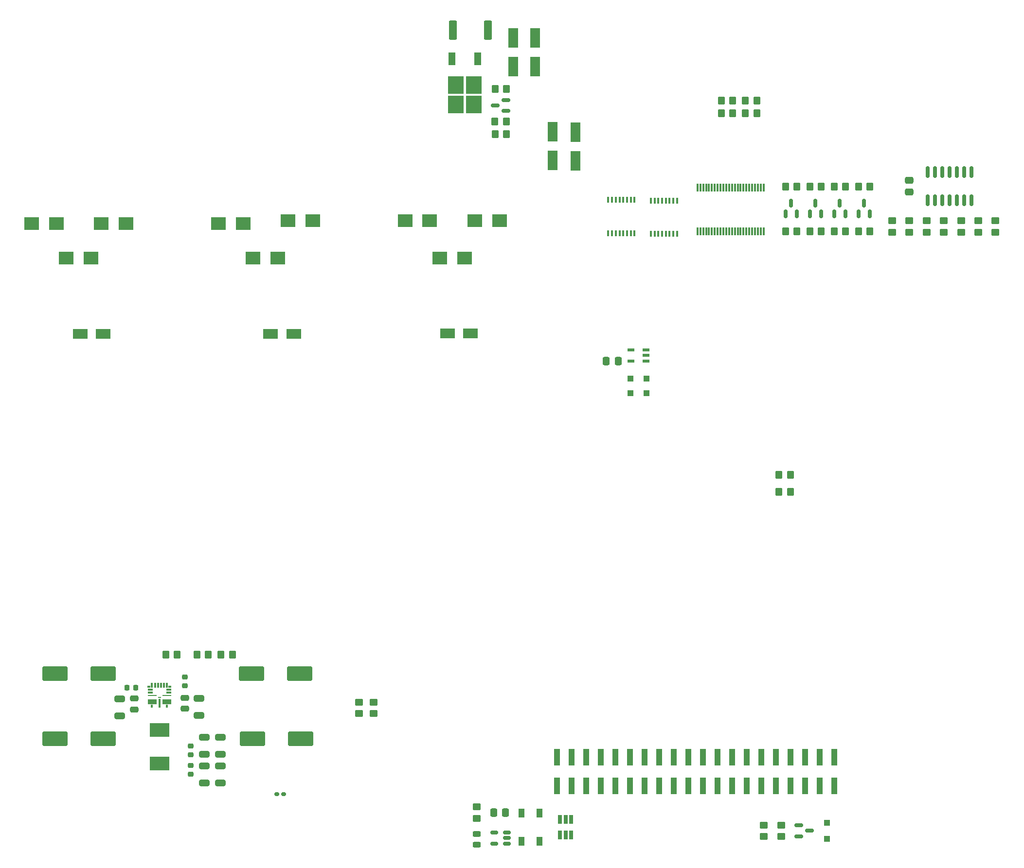
<source format=gbr>
%TF.GenerationSoftware,KiCad,Pcbnew,(6.0.1)*%
%TF.CreationDate,2022-04-07T02:12:59+02:00*%
%TF.ProjectId,OpenMowerMainboard,4f70656e-4d6f-4776-9572-4d61696e626f,rev?*%
%TF.SameCoordinates,Original*%
%TF.FileFunction,Paste,Top*%
%TF.FilePolarity,Positive*%
%FSLAX46Y46*%
G04 Gerber Fmt 4.6, Leading zero omitted, Abs format (unit mm)*
G04 Created by KiCad (PCBNEW (6.0.1)) date 2022-04-07 02:12:59*
%MOMM*%
%LPD*%
G01*
G04 APERTURE LIST*
G04 Aperture macros list*
%AMRoundRect*
0 Rectangle with rounded corners*
0 $1 Rounding radius*
0 $2 $3 $4 $5 $6 $7 $8 $9 X,Y pos of 4 corners*
0 Add a 4 corners polygon primitive as box body*
4,1,4,$2,$3,$4,$5,$6,$7,$8,$9,$2,$3,0*
0 Add four circle primitives for the rounded corners*
1,1,$1+$1,$2,$3*
1,1,$1+$1,$4,$5*
1,1,$1+$1,$6,$7*
1,1,$1+$1,$8,$9*
0 Add four rect primitives between the rounded corners*
20,1,$1+$1,$2,$3,$4,$5,0*
20,1,$1+$1,$4,$5,$6,$7,0*
20,1,$1+$1,$6,$7,$8,$9,0*
20,1,$1+$1,$8,$9,$2,$3,0*%
G04 Aperture macros list end*
%ADD10R,1.800000X3.500000*%
%ADD11R,0.400000X1.000000*%
%ADD12RoundRect,0.250000X-0.450000X0.350000X-0.450000X-0.350000X0.450000X-0.350000X0.450000X0.350000X0*%
%ADD13RoundRect,0.225000X-0.250000X0.225000X-0.250000X-0.225000X0.250000X-0.225000X0.250000X0.225000X0*%
%ADD14RoundRect,0.150000X-0.587500X-0.150000X0.587500X-0.150000X0.587500X0.150000X-0.587500X0.150000X0*%
%ADD15RoundRect,0.250000X0.350000X0.450000X-0.350000X0.450000X-0.350000X-0.450000X0.350000X-0.450000X0*%
%ADD16RoundRect,0.250000X-0.350000X-0.450000X0.350000X-0.450000X0.350000X0.450000X-0.350000X0.450000X0*%
%ADD17RoundRect,0.250000X-0.337500X-0.475000X0.337500X-0.475000X0.337500X0.475000X-0.337500X0.475000X0*%
%ADD18RoundRect,0.243750X-0.456250X0.243750X-0.456250X-0.243750X0.456250X-0.243750X0.456250X0.243750X0*%
%ADD19RoundRect,0.150000X0.512500X0.150000X-0.512500X0.150000X-0.512500X-0.150000X0.512500X-0.150000X0*%
%ADD20RoundRect,0.250000X1.950000X1.000000X-1.950000X1.000000X-1.950000X-1.000000X1.950000X-1.000000X0*%
%ADD21RoundRect,0.250000X-1.950000X-1.000000X1.950000X-1.000000X1.950000X1.000000X-1.950000X1.000000X0*%
%ADD22RoundRect,0.250000X0.450000X-0.350000X0.450000X0.350000X-0.450000X0.350000X-0.450000X-0.350000X0*%
%ADD23R,1.100000X1.100000*%
%ADD24RoundRect,0.225000X0.250000X-0.225000X0.250000X0.225000X-0.250000X0.225000X-0.250000X-0.225000X0*%
%ADD25RoundRect,0.250000X0.650000X-0.325000X0.650000X0.325000X-0.650000X0.325000X-0.650000X-0.325000X0*%
%ADD26R,2.500000X2.300000*%
%ADD27R,3.429000X2.413000*%
%ADD28R,2.500000X1.800000*%
%ADD29RoundRect,0.250000X-0.475000X0.337500X-0.475000X-0.337500X0.475000X-0.337500X0.475000X0.337500X0*%
%ADD30RoundRect,0.150000X0.150000X-0.587500X0.150000X0.587500X-0.150000X0.587500X-0.150000X-0.587500X0*%
%ADD31R,1.000000X3.000000*%
%ADD32RoundRect,0.250000X-0.650000X0.325000X-0.650000X-0.325000X0.650000X-0.325000X0.650000X0.325000X0*%
%ADD33R,0.650000X1.560000*%
%ADD34R,0.300000X1.425000*%
%ADD35R,1.150000X0.600000*%
%ADD36RoundRect,0.225000X0.225000X0.250000X-0.225000X0.250000X-0.225000X-0.250000X0.225000X-0.250000X0*%
%ADD37RoundRect,0.250000X-0.475000X0.250000X-0.475000X-0.250000X0.475000X-0.250000X0.475000X0.250000X0*%
%ADD38R,2.750000X3.050000*%
%ADD39R,1.200000X2.200000*%
%ADD40R,1.000000X1.500000*%
%ADD41RoundRect,0.160000X0.222500X0.160000X-0.222500X0.160000X-0.222500X-0.160000X0.222500X-0.160000X0*%
%ADD42RoundRect,0.250000X0.337500X0.475000X-0.337500X0.475000X-0.337500X-0.475000X0.337500X-0.475000X0*%
%ADD43R,0.875000X0.300000*%
%ADD44R,1.525000X0.250000*%
%ADD45R,1.525000X0.950000*%
%ADD46R,0.450000X0.600000*%
%ADD47R,0.300000X1.650000*%
%ADD48R,0.450000X0.875000*%
%ADD49R,0.300000X0.875000*%
%ADD50R,0.500000X0.350000*%
%ADD51R,0.600000X0.250000*%
%ADD52RoundRect,0.249999X0.450001X1.425001X-0.450001X1.425001X-0.450001X-1.425001X0.450001X-1.425001X0*%
%ADD53RoundRect,0.150000X0.150000X-0.825000X0.150000X0.825000X-0.150000X0.825000X-0.150000X-0.825000X0*%
%ADD54RoundRect,0.150000X0.587500X0.150000X-0.587500X0.150000X-0.587500X-0.150000X0.587500X-0.150000X0*%
G04 APERTURE END LIST*
D10*
X123250000Y-67300000D03*
X123250000Y-62300000D03*
D11*
X128925000Y-79900000D03*
X129575000Y-79900000D03*
X130225000Y-79900000D03*
X130875000Y-79900000D03*
X131525000Y-79900000D03*
X132175000Y-79900000D03*
X132825000Y-79900000D03*
X133475000Y-79900000D03*
X133475000Y-74100000D03*
X132825000Y-74100000D03*
X132175000Y-74100000D03*
X131525000Y-74100000D03*
X130875000Y-74100000D03*
X130225000Y-74100000D03*
X129575000Y-74100000D03*
X128925000Y-74100000D03*
D12*
X159000000Y-183000000D03*
X159000000Y-185000000D03*
D13*
X56200000Y-172625000D03*
X56200000Y-174175000D03*
D14*
X162062500Y-183050000D03*
X162062500Y-184950000D03*
X163937500Y-184000000D03*
D15*
X154800000Y-56800000D03*
X152800000Y-56800000D03*
D16*
X109220000Y-62650000D03*
X111220000Y-62650000D03*
D17*
X108962500Y-180800000D03*
X111037500Y-180800000D03*
D18*
X106000000Y-184522500D03*
X106000000Y-186397500D03*
D19*
X111307500Y-186220000D03*
X111307500Y-185270000D03*
X111307500Y-184320000D03*
X109032500Y-184320000D03*
X109032500Y-186220000D03*
D20*
X41000000Y-168000000D03*
X32600000Y-168000000D03*
D15*
X150600000Y-56800000D03*
X148600000Y-56800000D03*
D21*
X67000000Y-168000000D03*
X75400000Y-168000000D03*
D22*
X196320000Y-79720000D03*
X196320000Y-77720000D03*
D15*
X154800000Y-59000000D03*
X152800000Y-59000000D03*
D12*
X88090000Y-161600000D03*
X88090000Y-163600000D03*
D23*
X132800000Y-107800000D03*
X135600000Y-107800000D03*
D16*
X168216666Y-79600000D03*
X170216666Y-79600000D03*
D12*
X193320000Y-77720000D03*
X193320000Y-79720000D03*
D20*
X41000000Y-156600000D03*
X32600000Y-156600000D03*
D24*
X56200000Y-170775000D03*
X56200000Y-169225000D03*
D25*
X58600000Y-170675000D03*
X58600000Y-167725000D03*
D26*
X73175000Y-77750000D03*
X77475000Y-77750000D03*
D27*
X50800000Y-166479000D03*
X50800000Y-172321000D03*
D28*
X70150000Y-97400000D03*
X74150000Y-97400000D03*
D26*
X28545000Y-78250000D03*
X32845000Y-78250000D03*
X67100000Y-84250000D03*
X71400000Y-84250000D03*
D15*
X59300000Y-153300000D03*
X57300000Y-153300000D03*
D22*
X85550000Y-163600000D03*
X85550000Y-161600000D03*
D23*
X135600000Y-105200000D03*
X132800000Y-105200000D03*
D22*
X187320000Y-79720000D03*
X187320000Y-77720000D03*
D15*
X63500000Y-153300000D03*
X61500000Y-153300000D03*
D11*
X136325000Y-80000000D03*
X136975000Y-80000000D03*
X137625000Y-80000000D03*
X138275000Y-80000000D03*
X138925000Y-80000000D03*
X139575000Y-80000000D03*
X140225000Y-80000000D03*
X140875000Y-80000000D03*
X140875000Y-74200000D03*
X140225000Y-74200000D03*
X139575000Y-74200000D03*
X138925000Y-74200000D03*
X138275000Y-74200000D03*
X137625000Y-74200000D03*
X136975000Y-74200000D03*
X136325000Y-74200000D03*
D28*
X100950000Y-97350000D03*
X104950000Y-97350000D03*
D29*
X181320000Y-70682500D03*
X181320000Y-72757500D03*
D30*
X172499999Y-76537500D03*
X174399999Y-76537500D03*
X173449999Y-74662500D03*
D31*
X119970000Y-171180000D03*
X119970000Y-176220000D03*
X122510000Y-171180000D03*
X122510000Y-176220000D03*
X125050000Y-171180000D03*
X125050000Y-176220000D03*
X127590000Y-171180000D03*
X127590000Y-176220000D03*
X130130000Y-171180000D03*
X130130000Y-176220000D03*
X132670000Y-171180000D03*
X132670000Y-176220000D03*
X135210000Y-171180000D03*
X135210000Y-176220000D03*
X137750000Y-171180000D03*
X137750000Y-176220000D03*
X140290000Y-171180000D03*
X140290000Y-176220000D03*
X142830000Y-171180000D03*
X142830000Y-176220000D03*
X145370000Y-171180000D03*
X145370000Y-176220000D03*
X147910000Y-171180000D03*
X147910000Y-176220000D03*
X150450000Y-171180000D03*
X150450000Y-176220000D03*
X152990000Y-171180000D03*
X152990000Y-176220000D03*
X155530000Y-171180000D03*
X155530000Y-176220000D03*
X158070000Y-171180000D03*
X158070000Y-176220000D03*
X160610000Y-171180000D03*
X160610000Y-176220000D03*
X163150000Y-171180000D03*
X163150000Y-176220000D03*
X165690000Y-171180000D03*
X165690000Y-176220000D03*
X168230000Y-171180000D03*
X168230000Y-176220000D03*
D12*
X181320000Y-77720000D03*
X181320000Y-79720000D03*
D16*
X158600000Y-122030000D03*
X160600000Y-122030000D03*
X163983333Y-79600000D03*
X165983333Y-79600000D03*
X163983333Y-71800000D03*
X165983333Y-71800000D03*
X172449999Y-79600000D03*
X174449999Y-79600000D03*
D32*
X61400000Y-172725000D03*
X61400000Y-175675000D03*
D26*
X105675000Y-77750000D03*
X109975000Y-77750000D03*
D33*
X122430000Y-182060000D03*
X121480000Y-182060000D03*
X120530000Y-182060000D03*
X120530000Y-184760000D03*
X121480000Y-184760000D03*
X122430000Y-184760000D03*
D12*
X106000000Y-179840000D03*
X106000000Y-181840000D03*
D15*
X150600000Y-59000000D03*
X148600000Y-59000000D03*
D12*
X190320000Y-77720000D03*
X190320000Y-79720000D03*
D16*
X168216666Y-71800000D03*
X170216666Y-71800000D03*
D32*
X57700000Y-160925000D03*
X57700000Y-163875000D03*
D25*
X61400000Y-170675000D03*
X61400000Y-167725000D03*
D21*
X66800000Y-156600000D03*
X75200000Y-156600000D03*
D24*
X55200000Y-158775000D03*
X55200000Y-157225000D03*
D16*
X109170000Y-60450000D03*
X111170000Y-60450000D03*
D22*
X156000000Y-185000000D03*
X156000000Y-183000000D03*
D34*
X155950000Y-71988000D03*
X155450000Y-71988000D03*
X154950000Y-71988000D03*
X154450000Y-71988000D03*
X153950000Y-71988000D03*
X153450000Y-71988000D03*
X152950000Y-71988000D03*
X152450000Y-71988000D03*
X151950000Y-71988000D03*
X151450000Y-71988000D03*
X150950000Y-71988000D03*
X150450000Y-71988000D03*
X149950000Y-71988000D03*
X149450000Y-71988000D03*
X148950000Y-71988000D03*
X148450000Y-71988000D03*
X147950000Y-71988000D03*
X147450000Y-71988000D03*
X146950000Y-71988000D03*
X146450000Y-71988000D03*
X145950000Y-71988000D03*
X145450000Y-71988000D03*
X144950000Y-71988000D03*
X144450000Y-71988000D03*
X144450000Y-79612000D03*
X144950000Y-79612000D03*
X145450000Y-79612000D03*
X145950000Y-79612000D03*
X146450000Y-79612000D03*
X146950000Y-79612000D03*
X147450000Y-79612000D03*
X147950000Y-79612000D03*
X148450000Y-79612000D03*
X148950000Y-79612000D03*
X149450000Y-79612000D03*
X149950000Y-79612000D03*
X150450000Y-79612000D03*
X150950000Y-79612000D03*
X151450000Y-79612000D03*
X151950000Y-79612000D03*
X152450000Y-79612000D03*
X152950000Y-79612000D03*
X153450000Y-79612000D03*
X153950000Y-79612000D03*
X154450000Y-79612000D03*
X154950000Y-79612000D03*
X155450000Y-79612000D03*
X155950000Y-79612000D03*
D35*
X135500000Y-102150000D03*
X135500000Y-101200000D03*
X135500000Y-100250000D03*
X132900000Y-100250000D03*
X132900000Y-102150000D03*
D36*
X46675000Y-159100000D03*
X45125000Y-159100000D03*
D30*
X159800000Y-76537500D03*
X161700000Y-76537500D03*
X160750000Y-74662500D03*
D26*
X93545000Y-77750000D03*
X97845000Y-77750000D03*
D16*
X172449999Y-71800000D03*
X174449999Y-71800000D03*
D26*
X40675000Y-78250000D03*
X44975000Y-78250000D03*
D30*
X168266666Y-76537500D03*
X170166666Y-76537500D03*
X169216666Y-74662500D03*
D37*
X55200000Y-160850000D03*
X55200000Y-162750000D03*
D26*
X99600000Y-84250000D03*
X103900000Y-84250000D03*
D28*
X37000000Y-97400000D03*
X41000000Y-97400000D03*
D26*
X34600000Y-84250000D03*
X38900000Y-84250000D03*
D38*
X102425000Y-57455000D03*
X105475000Y-54105000D03*
X105475000Y-57455000D03*
X102425000Y-54105000D03*
D39*
X106230000Y-49480000D03*
X101670000Y-49480000D03*
D16*
X51900000Y-153300000D03*
X53900000Y-153300000D03*
D40*
X113785000Y-185805000D03*
X116985000Y-185805000D03*
X116985000Y-180905000D03*
X113785000Y-180905000D03*
D41*
X72372500Y-177600000D03*
X71227500Y-177600000D03*
D16*
X159750000Y-79600000D03*
X161750000Y-79600000D03*
D15*
X111230000Y-54750000D03*
X109230000Y-54750000D03*
D10*
X112400000Y-45900000D03*
X112400000Y-50900000D03*
D42*
X130637500Y-102200000D03*
X128562500Y-102200000D03*
D43*
X49188000Y-159450000D03*
X49188000Y-159950000D03*
D44*
X49513000Y-160450000D03*
D45*
X49513000Y-161500000D03*
D46*
X49475000Y-162275000D03*
D47*
X50800000Y-161750000D03*
D46*
X52125000Y-162275000D03*
D45*
X52087000Y-161500000D03*
D44*
X52087000Y-160450000D03*
D43*
X52412000Y-159950000D03*
X52412000Y-159450000D03*
D48*
X52125000Y-158663000D03*
D49*
X51550000Y-158663000D03*
X51050000Y-158663000D03*
X50550000Y-158663000D03*
X50050000Y-158663000D03*
D48*
X49475000Y-158663000D03*
D50*
X49000000Y-158925000D03*
D51*
X50800000Y-160800000D03*
D50*
X52600000Y-158925000D03*
D26*
X61045000Y-78250000D03*
X65345000Y-78250000D03*
D32*
X58600000Y-172725000D03*
X58600000Y-175675000D03*
X43900000Y-161025000D03*
X43900000Y-163975000D03*
D52*
X107950000Y-44500000D03*
X101850000Y-44500000D03*
D53*
X184510000Y-74195000D03*
X185780000Y-74195000D03*
X187050000Y-74195000D03*
X188320000Y-74195000D03*
X189590000Y-74195000D03*
X190860000Y-74195000D03*
X192130000Y-74195000D03*
X192130000Y-69245000D03*
X190860000Y-69245000D03*
X189590000Y-69245000D03*
X188320000Y-69245000D03*
X187050000Y-69245000D03*
X185780000Y-69245000D03*
X184510000Y-69245000D03*
D12*
X184320000Y-77720000D03*
X184320000Y-79720000D03*
D37*
X46400000Y-160950000D03*
X46400000Y-162850000D03*
D30*
X164033333Y-76537500D03*
X165933333Y-76537500D03*
X164983333Y-74662500D03*
D16*
X158600000Y-124980000D03*
X160600000Y-124980000D03*
X159750000Y-71800000D03*
X161750000Y-71800000D03*
D23*
X167000000Y-182600000D03*
X167000000Y-185400000D03*
D10*
X116200000Y-50900000D03*
X116200000Y-45900000D03*
X119200000Y-67250000D03*
X119200000Y-62250000D03*
D54*
X111097500Y-58600000D03*
X111097500Y-56700000D03*
X109222500Y-57650000D03*
D12*
X178320000Y-77720000D03*
X178320000Y-79720000D03*
M02*

</source>
